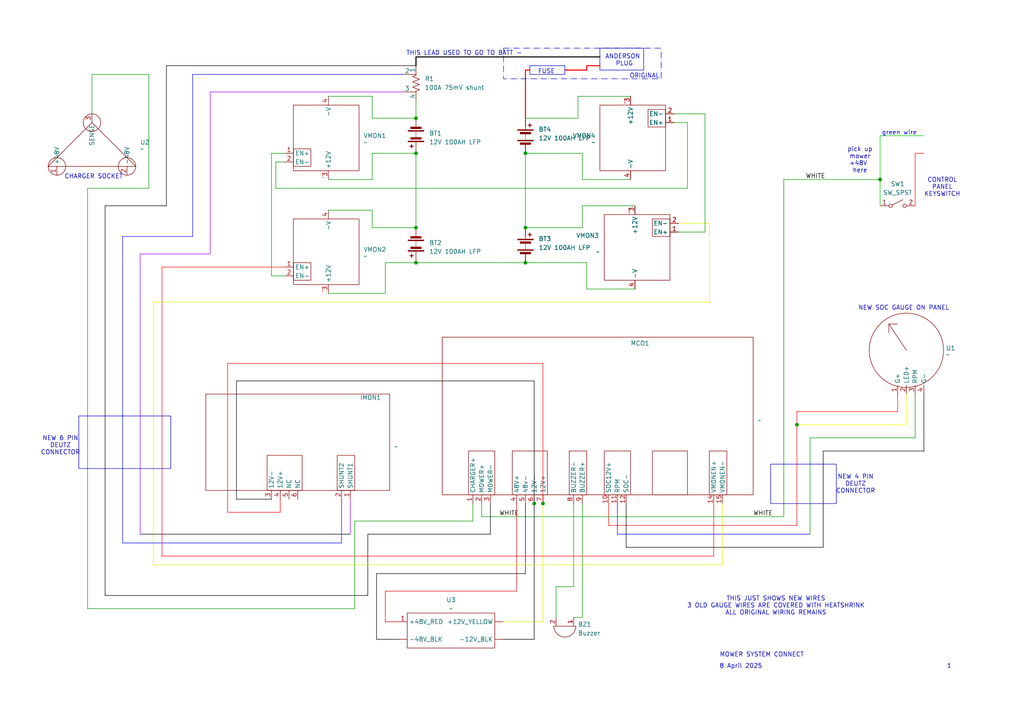
<source format=kicad_sch>
(kicad_sch (version 20250114) (generator "eeschema") (generator_version "9.0")
  (paper "A4")
  (lib_symbols
    (symbol "Device:Battery" (pin_numbers (hide yes)) (pin_names (offset 0) (hide yes))
      (property "Reference" "BT" (at 2.54 2.54 0))
      (property "Value" "Battery" (at 2.54 0 0))
      (symbol "Battery_0_1"
        (rectangle (start -2.286 1.778) (end 2.286 1.524) (fill (type outline)))
        (rectangle (start -2.286 -1.27) (end 2.286 -1.524) (fill (type outline)))
        (rectangle (start -1.524 1.016) (end 1.524 0.508) (fill (type outline)))
        (rectangle (start -1.524 -2.032) (end 1.524 -2.54) (fill (type outline)))
        (polyline (pts (xy 0 1.778) (xy 0 2.54)))
        (polyline (pts (xy 0 0) (xy 0 0.254)))
        (polyline (pts (xy 0 -0.508) (xy 0 -0.254)))
        (polyline (pts (xy 0 -1.016) (xy 0 -0.762)))
        (polyline (pts (xy 0.762 3.048) (xy 1.778 3.048)) (stroke (width 0.254)))
        (polyline (pts (xy 1.27 3.556) (xy 1.27 2.54)) (stroke (width 0.254)))
      )
      (symbol "Battery_1_1"
        (pin passive line (at 0 5.08 270) (length 2.54) (name "+") (number "1"))
        (pin passive line (at 0 -5.08 90) (length 2.54) (name "-") (number "2"))
      )
    )
    (symbol "Device:Buzzer" (pin_names (offset 0.0254) (hide yes))
      (property "Reference" "BZ" (at 3.81 1.27 0))
      (property "Value" "Buzzer" (at 3.81 -1.27 0))
      (symbol "Buzzer_0_1"
        (polyline (pts (xy -1.651 1.905) (xy -1.143 1.905)))
        (polyline (pts (xy -1.397 2.159) (xy -1.397 1.651)))
        (arc (start 0 3.175) (mid 3.1612 0) (end 0 -3.175))
        (polyline (pts (xy 0 3.175) (xy 0 -3.175)))
      )
      (symbol "Buzzer_1_1"
        (pin passive line (at -2.54 2.54 0) (length 2.54) (name "+") (number "1"))
        (pin passive line (at -2.54 -2.54 0) (length 2.54) (name "-") (number "2"))
      )
    )
    (symbol "Device:R_Shunt_US" (pin_numbers (hide yes)) (pin_names (offset 0))
      (property "Reference" "R" (at -5.08 0 90))
      (property "Value" "R_Shunt_US" (at -3.048 0 90))
      (symbol "R_Shunt_US_1_1"
        (polyline (pts (xy 0 2.286) (xy 0 2.54)))
        (polyline (pts (xy 0 2.286) (xy 1.016 1.905) (xy 0 1.524) (xy -1.016 1.143) (xy 0 0.762)))
        (polyline (pts (xy 0 0.762) (xy 1.016 0.381) (xy 0 0) (xy -1.016 -0.381) (xy 0 -0.762)))
        (polyline (pts (xy 0 -0.762) (xy 1.016 -1.143) (xy 0 -1.524) (xy -1.016 -1.905) (xy 0 -2.286)))
        (polyline (pts (xy 0 -2.286) (xy 0 -2.54)))
        (polyline (pts (xy 0 -2.54) (xy 1.27 -2.54)))
        (polyline (pts (xy 1.27 2.54) (xy 0 2.54)))
        (pin passive line (at 0 5.08 270) (length 2.54) (name "1") (number "1"))
        (pin passive line (at 0 -5.08 90) (length 2.54) (name "4") (number "4"))
        (pin passive line (at 3.81 2.54 180) (length 2.54) (name "2") (number "2"))
        (pin passive line (at 3.81 -2.54 180) (length 2.54) (name "3") (number "3"))
      )
    )
    (symbol "Switch:SW_SPST" (pin_names (offset 0) (hide yes))
      (property "Reference" "SW" (at 0 3.175 0))
      (property "Value" "SW_SPST" (at 0 -2.54 0))
      (symbol "SW_SPST_0_0"
        (circle (center -2.032 0) (radius 0.508))
        (polyline (pts (xy -1.524 0.254) (xy 1.524 1.778)))
        (circle (center 2.032 0) (radius 0.508))
      )
      (symbol "SW_SPST_1_1"
        (pin passive line (at -5.08 0 0) (length 2.54) (name "A") (number "1"))
        (pin passive line (at 5.08 0 180) (length 2.54) (name "B") (number "2"))
      )
    )
    (symbol "mower:48V12VPSU"
      (property "Reference" "U" (at 0 0 0))
      (symbol "48V12VPSU_0_1"
        (rectangle (start -12.7 5.08) (end 12.7 -5.08))
      )
      (symbol "48V12VPSU_1_1"
        (pin power_in line (at -15.24 2.54 0) (length 2.54) (name "+48V_RED") (number "1"))
        (pin power_in line (at -15.24 -2.54 0) (length 2.54) (name "-48V_BLK") (number ""))
        (pin power_out line (at 15.24 2.54 180) (length 2.54) (name "+12V_YELLOW") (number ""))
        (pin power_out line (at 15.24 -2.54 180) (length 2.54) (name "-12V_BLK") (number ""))
      )
    )
    (symbol "mower:CHARGE_SOCKET"
      (property "Reference" "U" (at 0 0 0))
      (symbol "CHARGE_SOCKET_0_1"
        (circle (center -10.16 0) (radius 2.54))
      )
      (symbol "CHARGE_SOCKET_1_1"
        (circle (center 0 12.7) (radius 2.54))
        (polyline (pts (xy 0 12.7) (xy -12.7 0) (xy 10.16 0) (xy 12.7 0) (xy 0 12.7)))
        (circle (center 10.16 0) (radius 2.54))
        (pin power_in line (at -10.16 -2.54 90) (length 2.54) (name "+48V") (number "1"))
        (pin power_in line (at 0 15.24 270) (length 2.54) (name "SENSE") (number "3"))
        (pin power_in line (at 10.16 -2.54 90) (length 2.54) (name "-48V") (number "2"))
      )
    )
    (symbol "mower:IMON"
      (property "Reference" "IMON" (at -3.81 3.81 0))
      (symbol "IMON_0_1"
        (rectangle (start -33.02 0) (end 20.32 27.94))
        (rectangle (start -15.24 10.16) (end -5.08 0))
        (rectangle (start 5.08 0) (end 10.16 10.16))
      )
      (symbol "IMON_1_1"
        (pin power_in line (at -13.97 -2.54 90) (length 2.54) (name "12V-") (number "3"))
        (pin power_in line (at -11.43 -2.54 90) (length 2.54) (name "12V+") (number "4"))
        (pin free line (at -8.89 -2.54 90) (length 2.54) (name "NC") (number "5"))
        (pin free line (at -6.35 -2.54 90) (length 2.54) (name "NC") (number "6"))
        (pin input line (at 6.35 -2.54 90) (length 2.54) (name "SHUNT2") (number "2"))
        (pin input line (at 8.89 -2.54 90) (length 2.54) (name "SHUNT1") (number "1"))
      )
    )
    (symbol "mower:MCO"
      (property "Reference" "MCO" (at 0 0 0))
      (symbol "MCO_0_1"
        (rectangle (start -63.5 0) (end 26.67 45.72))
        (rectangle (start -55.88 12.7) (end -48.26 0))
        (rectangle (start -43.18 12.7) (end -33.02 0))
        (rectangle (start -26.67 12.7) (end -21.59 0))
        (rectangle (start -16.51 0) (end -8.89 12.7))
        (rectangle (start -2.54 12.7) (end 7.62 0))
        (rectangle (start 13.97 12.7) (end 19.05 0))
      )
      (symbol "MCO_1_1"
        (pin power_in line (at -54.61 -2.54 90) (length 2.54) (name "CHARGER+") (number "1"))
        (pin power_in line (at -52.07 -2.54 90) (length 2.54) (name "MOWER+") (number "2"))
        (pin power_in line (at -49.53 -2.54 90) (length 2.54) (name "MOWER-") (number "3"))
        (pin power_out line (at -41.91 -2.54 90) (length 2.54) (name "48V+") (number "4"))
        (pin power_out line (at -39.37 -2.54 90) (length 2.54) (name "48v-") (number "5"))
        (pin power_in line (at -36.83 -2.54 90) (length 2.54) (name "12V-") (number "6"))
        (pin power_in line (at -34.29 -2.54 90) (length 2.54) (name "12V+") (number "7"))
        (pin output line (at -25.4 -2.54 90) (length 2.54) (name "BUZZER-") (number "8"))
        (pin output line (at -22.86 -2.54 90) (length 2.54) (name "BUZZER+") (number "9"))
        (pin output line (at -15.24 -2.54 90) (length 2.54) (name "SOC12V+") (number "10"))
        (pin output line (at -12.7 -2.54 90) (length 2.54) (name "RPM") (number "11"))
        (pin output line (at -10.16 -2.54 90) (length 2.54) (name "SOC-") (number "12"))
        (pin output line (at 15.24 -2.54 90) (length 2.54) (name "VMONEN+") (number "14"))
        (pin output line (at 17.78 -2.54 90) (length 2.54) (name "VMONEN-") (number "15"))
      )
    )
    (symbol "mower:SOC_GAUGE"
      (property "Reference" "U" (at 0 0 0))
      (symbol "SOC_GAUGE_0_1"
        (polyline (pts (xy -5.08 7.62) (xy -2.54 7.62)))
        (polyline (pts (xy -5.08 5.08) (xy -5.08 7.62)))
        (polyline (pts (xy 0 0) (xy -5.08 7.62)))
        (circle (center 0 0) (radius 10.7763))
      )
      (symbol "SOC_GAUGE_1_1"
        (pin power_in line (at -2.54 -12.7 90) (length 2.54) (name "G+") (number "1"))
        (pin power_in line (at 0 -12.7 90) (length 2.54) (name "LED+") (number "2"))
        (pin input line (at 2.54 -12.7 90) (length 2.54) (name "RPM") (number "3"))
        (pin power_in line (at 5.08 -12.7 90) (length 2.54) (name "G-") (number "4"))
      )
    )
    (symbol "mower:VMON"
      (property "Reference" "VMON" (at 0 0 0))
      (symbol "VMON_0_1"
        (rectangle (start -8.89 13.97) (end 10.16 -5.08))
        (rectangle (start 10.16 12.7) (end 5.08 7.62))
      )
      (symbol "VMON_1_1"
        (pin power_in line (at 0 16.51 270) (length 2.54) (name "+12V") (number "`3"))
        (pin power_in line (at 0 -7.62 90) (length 2.54) (name "-V") (number "4"))
        (pin input line (at 12.7 11.43 180) (length 2.54) (name "EN-") (number "2"))
        (pin input line (at 12.7 8.89 180) (length 2.54) (name "EN+") (number "1"))
      )
    )
  )
  (rectangle (start 223.52 134.62) (end 242.57 146.05))
  (rectangle (start 173.99 13.97) (end 186.69 20.32))
  (rectangle (start 153.67 19.05) (end 163.83 21.59))
  (rectangle (start 22.86 120.65) (end 49.53 135.89))
  (rectangle (start 146.05 13.97) (end 191.77 22.86) (stroke (width 0) (type dash_dot)))
  (text "green wire\n" (at 260.858 38.608 0) (effects (font (size 1.27 1.27))))
  (text "CONTROL\nPANEL\nKEYSWITCH" (at 273.304 54.356 0) (effects (font (size 1.27 1.27))))
  (text "NEW 4 PIN\nDEUTZ\nCONNECTOR" (at 248.158 140.462 0) (effects (font (size 1.27 1.27))))
  (text "THIS LEAD USED TO GO TO BATT -" (at 134.62 15.494 0) (effects (font (size 1.27 1.27))))
  (text "ANDERSON\n PLUG" (at 180.594 17.526 0) (effects (font (size 1.27 1.27))))
  (text "CHARGER SOCKET" (at 27.178 51.308 0) (effects (font (size 1.27 1.27))))
  (text "FUSE" (at 158.496 20.828 0) (effects (font (size 1.27 1.27))))
  (text "pick up\nmower\n+48V \nhere" (at 249.428 46.482 0) (effects (font (size 1.27 1.27))))
  (text "NEW SOC GAUGE ON PANEL" (at 262.128 89.408 0) (effects (font (size 1.27 1.27))))
  (text "1" (at 275.336 193.294 0) (effects (font (size 1.27 1.27))))
  (text "THIS JUST SHOWS NEW WIRES\n3 OLD GAUGE WIRES ARE COVERED WITH HEATSHRINK\nALL ORIGINAL WIRING REMAINS" (at 225.044 175.768 0) (effects (font (size 1.27 1.27))))
  (text "8 April 2025" (at 214.884 193.294 0) (effects (font (size 1.27 1.27))))
  (text "ORIGINAL" (at 186.944 22.098 0) (effects (font (size 1.27 1.27))))
  (text "MOWER SYSTEM CONNECT" (at 220.98 189.992 0) (effects (font (size 1.27 1.27))))
  (text "NEW 6 PIN\nDEUTZ\nCONNECTOR" (at 17.526 129.286 0) (effects (font (size 1.27 1.27))))
  (junction (at 120.65 44.45))
  (junction (at 154.94 146.05))
  (junction (at 152.4 76.2))
  (junction (at 152.4 66.04))
  (junction (at 120.65 66.04))
  (junction (at 120.65 34.29))
  (junction (at 157.48 146.05))
  (junction (at 152.4 44.45))
  (junction (at 231.14 123.19))
  (junction (at 120.65 76.2))
  (junction (at 255.27 52.07))
  (wire (pts (xy 265.43 59.69) (xy 265.43 44.45)) (stroke (width 0) (color 255 0 0 1)))
  (wire (pts (xy 111.76 171.45) (xy 111.76 180.34)) (stroke (width 0) (color 211 0 0 1)))
  (wire (pts (xy 204.47 67.31) (xy 204.47 33.02)))
  (wire (pts (xy 196.85 67.31) (xy 204.47 67.31)))
  (wire (pts (xy 35.56 157.48) (xy 99.06 157.48)) (stroke (width 0) (color 0 0 255 1)))
  (wire (pts (xy 80.01 54.61) (xy 80.01 46.99)))
  (wire (pts (xy 181.61 146.05) (xy 181.61 158.75)) (stroke (width 0) (color 0 0 0 1)))
  (wire (pts (xy 154.94 146.05) (xy 154.94 185.42)) (stroke (width 0) (color 0 0 0 1)))
  (wire (pts (xy 152.4 166.37) (xy 152.4 146.05)) (stroke (width 0) (color 0 0 0 1)))
  (wire (pts (xy 60.96 26.67) (xy 60.96 73.66)) (stroke (width 0) (color 154 0 255 1)))
  (wire (pts (xy 81.28 144.78) (xy 81.28 148.59)) (stroke (width 0) (color 255 0 0 1)))
  (wire (pts (xy 176.53 146.05) (xy 176.53 152.4)) (stroke (width 0) (color 255 0 0 1)))
  (wire (pts (xy 161.29 170.18) (xy 166.37 170.18)))
  (wire (pts (xy 170.18 76.2) (xy 152.4 76.2)))
  (wire (pts (xy 43.18 54.61) (xy 43.18 21.59)))
  (wire (pts (xy 149.86 171.45) (xy 111.76 171.45)) (stroke (width 0) (color 211 0 0 1)))
  (wire (pts (xy 157.48 180.34) (xy 157.48 146.05)) (stroke (width 0) (color 218 235 0 1)))
  (wire (pts (xy 267.97 114.3) (xy 267.97 130.81)) (stroke (width 0) (color 0 0 0 1)))
  (wire (pts (xy 179.07 154.94) (xy 234.95 154.94)) (stroke (width 0) (color 0 0 255 1)))
  (wire (pts (xy 139.7 146.05) (xy 139.7 149.86)))
  (wire (pts (xy 78.74 44.45) (xy 82.55 44.45)))
  (wire (pts (xy 209.55 146.05) (xy 209.55 163.83)) (stroke (width 0) (color 227 236 0 1)))
  (wire (pts (xy 184.15 59.69) (xy 168.91 59.69)))
  (wire (pts (xy 154.94 110.49) (xy 154.94 146.05)) (stroke (width 0) (color 0 0 0 1)))
  (bus (pts (xy 120.65 16.51) (xy 120.65 19.05)) (stroke (width 0) (color 0 0 0 1)))
  (wire (pts (xy 107.95 60.96) (xy 107.95 66.04)))
  (wire (pts (xy 82.55 80.01) (xy 78.74 80.01)))
  (wire (pts (xy 95.25 85.09) (xy 111.76 85.09)))
  (wire (pts (xy 109.22 185.42) (xy 115.57 185.42)) (stroke (width 0) (color 0 0 0 1)))
  (wire (pts (xy 179.07 146.05) (xy 179.07 154.94)) (stroke (width 0) (color 0 0 255 1)))
  (wire (pts (xy 66.04 105.41) (xy 157.48 105.41)) (stroke (width 0) (color 255 0 0 1)))
  (wire (pts (xy 106.68 154.94) (xy 142.24 154.94)) (stroke (width 0) (color 0 0 0 1)))
  (wire (pts (xy 46.99 161.29) (xy 46.99 77.47)) (stroke (width 0) (color 255 0 0 1)))
  (wire (pts (xy 255.27 39.37) (xy 267.97 39.37)) (stroke (width 0) (color 0 204 0 1)))
  (wire (pts (xy 40.64 154.94) (xy 101.6 154.94)) (stroke (width 0) (color 0 0 0 1)))
  (wire (pts (xy 227.33 52.07) (xy 227.33 149.86)))
  (wire (pts (xy 35.56 68.58) (xy 35.56 157.48)) (stroke (width 0) (color 0 0 255 1)))
  (wire (pts (xy 48.26 19.05) (xy 48.26 59.69)) (stroke (width 0) (color 0 0 0 1)))
  (wire (pts (xy 205.74 64.77) (xy 196.85 64.77)) (stroke (width 0) (color 227 236 0 1)))
  (wire (pts (xy 231.14 119.38) (xy 260.35 119.38)) (stroke (width 0) (color 255 0 0 1)))
  (wire (pts (xy 109.22 166.37) (xy 152.4 166.37)) (stroke (width 0) (color 0 0 0 1)))
  (wire (pts (xy 120.65 76.2) (xy 152.4 76.2)))
  (wire (pts (xy 68.58 110.49) (xy 154.94 110.49)) (stroke (width 0) (color 0 0 0 1)))
  (wire (pts (xy 260.35 119.38) (xy 260.35 114.3)) (stroke (width 0) (color 255 0 0 1)))
  (wire (pts (xy 139.7 149.86) (xy 227.33 149.86)))
  (wire (pts (xy 168.91 146.05) (xy 168.91 179.07)))
  (wire (pts (xy 170.18 83.82) (xy 170.18 76.2)))
  (wire (pts (xy 231.14 123.19) (xy 231.14 119.38)) (stroke (width 0) (color 255 0 0 1)))
  (wire (pts (xy 40.64 73.66) (xy 40.64 154.94)) (stroke (width 0) (color 154 0 255 1)))
  (wire (pts (xy 152.4 44.45) (xy 152.4 66.04)))
  (wire (pts (xy 166.37 170.18) (xy 166.37 146.05)))
  (wire (pts (xy 120.65 44.45) (xy 120.65 66.04)))
  (wire (pts (xy 26.67 21.59) (xy 26.67 33.02)))
  (wire (pts (xy 161.29 179.07) (xy 161.29 170.18)))
  (wire (pts (xy 78.74 80.01) (xy 78.74 44.45)))
  (wire (pts (xy 120.65 19.05) (xy 48.26 19.05)) (stroke (width 0) (color 0 0 0 1)))
  (wire (pts (xy 207.01 161.29) (xy 46.99 161.29)) (stroke (width 0) (color 255 0 0 1)))
  (wire (pts (xy 149.86 146.05) (xy 149.86 171.45)) (stroke (width 0) (color 211 0 0 1)))
  (wire (pts (xy 168.91 44.45) (xy 152.4 44.45)))
  (wire (pts (xy 205.74 87.63) (xy 205.74 64.77)) (stroke (width 0) (color 227 236 0 1)))
  (wire (pts (xy 44.45 163.83) (xy 44.45 87.63)) (stroke (width 0) (color 227 236 0 1)))
  (wire (pts (xy 234.95 127) (xy 265.43 127)))
  (wire (pts (xy 106.68 172.72) (xy 106.68 154.94)) (stroke (width 0) (color 0 0 0 1)))
  (wire (pts (xy 207.01 146.05) (xy 207.01 161.29)) (stroke (width 0) (color 255 0 0 1)))
  (wire (pts (xy 30.48 59.69) (xy 30.48 172.72)) (stroke (width 0) (color 0 0 0 1)))
  (wire (pts (xy 80.01 46.99) (xy 82.55 46.99)))
  (wire (pts (xy 99.06 157.48) (xy 99.06 144.78)) (stroke (width 0) (color 0 0 255 1)))
  (wire (pts (xy 81.28 148.59) (xy 66.04 148.59)) (stroke (width 0) (color 255 0 0 1)))
  (wire (pts (xy 111.76 180.34) (xy 115.57 180.34)) (stroke (width 0) (color 211 0 0 1)))
  (wire (pts (xy 199.39 35.56) (xy 199.39 54.61)))
  (wire (pts (xy 60.96 73.66) (xy 40.64 73.66)) (stroke (width 0) (color 154 0 255 1)))
  (bus (pts (xy 152.4 34.29) (xy 152.4 20.32)) (stroke (width 0) (color 255 0 0 1)))
  (wire (pts (xy 168.91 66.04) (xy 152.4 66.04)))
  (wire (pts (xy 262.89 123.19) (xy 231.14 123.19)) (stroke (width 0) (color 255 255 0 1)))
  (bus (pts (xy 163.83 20.32) (xy 170.18 20.32)) (stroke (width 0) (color 255 0 0 1)))
  (wire (pts (xy 146.05 180.34) (xy 157.48 180.34)) (stroke (width 0) (color 218 235 0 1)))
  (wire (pts (xy 182.88 27.94) (xy 167.64 27.94)))
  (wire (pts (xy 101.6 154.94) (xy 101.6 144.78)) (stroke (width 0) (color 154 0 255 1)))
  (wire (pts (xy 238.76 158.75) (xy 181.61 158.75)) (stroke (width 0) (color 0 0 0 1)))
  (wire (pts (xy 227.33 52.07) (xy 255.27 52.07)))
  (wire (pts (xy 255.27 59.69) (xy 255.27 52.07)) (stroke (width 0) (color 0 204 0 1)))
  (wire (pts (xy 267.97 130.81) (xy 238.76 130.81)) (stroke (width 0) (color 0 0 0 1)))
  (wire (pts (xy 107.95 27.94) (xy 95.25 27.94)))
  (wire (pts (xy 116.84 21.59) (xy 55.88 21.59)) (stroke (width 0) (color 0 0 255 1)))
  (wire (pts (xy 182.88 52.07) (xy 168.91 52.07)))
  (wire (pts (xy 167.64 34.29) (xy 152.4 34.29)))
  (wire (pts (xy 78.74 144.78) (xy 68.58 144.78)) (stroke (width 0) (color 0 0 0 1)))
  (wire (pts (xy 107.95 66.04) (xy 120.65 66.04)))
  (wire (pts (xy 167.64 27.94) (xy 167.64 34.29)))
  (wire (pts (xy 102.87 151.13) (xy 102.87 176.53)))
  (wire (pts (xy 199.39 54.61) (xy 80.01 54.61)))
  (bus (pts (xy 173.99 19.05) (xy 170.18 19.05)) (stroke (width 0) (color 255 0 0 1)))
  (wire (pts (xy 55.88 68.58) (xy 35.56 68.58)) (stroke (width 0) (color 0 0 255 1)))
  (wire (pts (xy 209.55 163.83) (xy 44.45 163.83)) (stroke (width 0) (color 227 236 0 1)))
  (wire (pts (xy 265.43 44.45) (xy 267.97 44.45)) (stroke (width 0) (color 255 0 0 1)))
  (wire (pts (xy 176.53 152.4) (xy 231.14 152.4)) (stroke (width 0) (color 255 0 0 1)))
  (wire (pts (xy 154.94 185.42) (xy 146.05 185.42)) (stroke (width 0) (color 0 0 0 1)))
  (wire (pts (xy 116.84 26.67) (xy 60.96 26.67)) (stroke (width 0) (color 154 0 255 1)))
  (wire (pts (xy 120.65 34.29) (xy 107.95 34.29)))
  (wire (pts (xy 265.43 127) (xy 265.43 114.3)))
  (wire (pts (xy 231.14 152.4) (xy 231.14 123.19)) (stroke (width 0) (color 255 0 0 1)))
  (wire (pts (xy 44.45 87.63) (xy 205.74 87.63)) (stroke (width 0) (color 227 236 0 1)))
  (wire (pts (xy 184.15 83.82) (xy 170.18 83.82)))
  (wire (pts (xy 168.91 52.07) (xy 168.91 44.45)))
  (wire (pts (xy 68.58 144.78) (xy 68.58 110.49)) (stroke (width 0) (color 0 0 0 1)))
  (wire (pts (xy 111.76 76.2) (xy 120.65 76.2)))
  (bus (pts (xy 173.99 16.51) (xy 120.65 16.51)) (stroke (width 0) (color 0 0 0 1)))
  (wire (pts (xy 107.95 44.45) (xy 120.65 44.45)))
  (wire (pts (xy 120.65 29.21) (xy 120.65 34.29)))
  (wire (pts (xy 195.58 33.02) (xy 204.47 33.02)))
  (wire (pts (xy 109.22 166.37) (xy 109.22 185.42)) (stroke (width 0) (color 0 0 0 1)))
  (wire (pts (xy 157.48 105.41) (xy 157.48 146.05)) (stroke (width 0) (color 255 0 0 1)))
  (wire (pts (xy 55.88 21.59) (xy 55.88 68.58)) (stroke (width 0) (color 0 0 255 1)))
  (wire (pts (xy 66.04 148.59) (xy 66.04 105.41)) (stroke (width 0) (color 255 0 0 1)))
  (wire (pts (xy 195.58 35.56) (xy 199.39 35.56)))
  (wire (pts (xy 168.91 59.69) (xy 168.91 66.04)))
  (wire (pts (xy 111.76 85.09) (xy 111.76 76.2)))
  (wire (pts (xy 107.95 34.29) (xy 107.95 27.94)))
  (wire (pts (xy 43.18 21.59) (xy 26.67 21.59)))
  (wire (pts (xy 46.99 77.47) (xy 82.55 77.47)) (stroke (width 0) (color 255 0 0 1)))
  (wire (pts (xy 25.4 54.61) (xy 43.18 54.61)))
  (wire (pts (xy 262.89 114.3) (xy 262.89 123.19)) (stroke (width 0) (color 255 255 0 1)))
  (bus (pts (xy 170.18 19.05) (xy 170.18 20.32)) (stroke (width 0) (color 255 0 0 1)))
  (wire (pts (xy 234.95 154.94) (xy 234.95 127)))
  (bus (pts (xy 152.4 20.32) (xy 153.67 20.32)) (stroke (width 0) (color 255 0 0 1)))
  (wire (pts (xy 30.48 172.72) (xy 106.68 172.72)) (stroke (width 0) (color 0 0 0 1)))
  (wire (pts (xy 142.24 154.94) (xy 142.24 146.05)) (stroke (width 0) (color 0 0 0 1)))
  (wire (pts (xy 102.87 176.53) (xy 25.4 176.53)))
  (wire (pts (xy 137.16 146.05) (xy 137.16 151.13)))
  (wire (pts (xy 95.25 52.07) (xy 107.95 52.07)))
  (wire (pts (xy 255.27 52.07) (xy 255.27 39.37)) (stroke (width 0) (color 0 204 0 1)))
  (wire (pts (xy 25.4 176.53) (xy 25.4 54.61)))
  (wire (pts (xy 48.26 59.69) (xy 30.48 59.69)) (stroke (width 0) (color 0 0 0 1)))
  (wire (pts (xy 107.95 52.07) (xy 107.95 44.45)))
  (wire (pts (xy 137.16 151.13) (xy 102.87 151.13)))
  (wire (pts (xy 168.91 179.07) (xy 166.37 179.07)))
  (wire (pts (xy 95.25 60.96) (xy 107.95 60.96)))
  (wire (pts (xy 238.76 130.81) (xy 238.76 158.75)) (stroke (width 0) (color 0 0 0 1)))
  (label "WHITE" (at 218.44 149.86 0))
  (label "WHITE" (at 233.68 52.07 0))
  (label "WHITE" (at 144.78 149.86 0))
  (symbol (lib_id "Device:Buzzer") (at 163.83 181.61 270) (unit 1)
    (property "Reference" "BZ1" (at 167.64 181.095 90) (effects (justify left)))
    (property "Value" "Buzzer" (at 167.64 183.635 90) (effects (justify left)))
    (property "Description" "Buzzer, polarized" (effects (hide yes)))
  )
  (symbol (lib_id "Device:Battery") (at 152.4 71.12 0) (unit 1)
    (property "Reference" "BT3" (at 156.21 69.2784 0) (effects (justify left)))
    (property "Value" "12V 100AH LFP" (at 156.21 71.8184 0) (effects (justify left)))
    (property "Description" "Multiple-cell battery" (effects (hide yes)))
  )
  (symbol (lib_id "mower:CHARGE_SOCKET") (at 26.67 48.26 0) (unit 1)
    (property "Reference" "U2" (at 40.64 41.2749 0) (effects (justify left)))
    (property "Value" "~" (at 40.64 43.18 0) (effects (justify left)))
  )
  (symbol (lib_id "Device:Battery") (at 120.65 71.12 180) (unit 1)
    (property "Reference" "BT2" (at 124.46 70.4214 0) (effects (justify right)))
    (property "Value" "12V 100AH LFP" (at 124.46 72.9614 0) (effects (justify right)))
    (property "Description" "Multiple-cell battery" (effects (hide yes)))
  )
  (symbol (lib_id "mower:VMON") (at 95.25 68.58 180) (unit 1)
    (property "Reference" "VMON2" (at 105.41 72.3899 0) (effects (justify right)))
    (property "Value" "~" (at 105.41 74.295 0) (effects (justify right)))
  )
  (symbol (lib_id "Device:R_Shunt_US") (at 120.65 24.13 0) (mirror y) (unit 1)
    (property "Reference" "R1" (at 123.19 22.8599 0) (effects (justify right)))
    (property "Value" "100A 75mV shunt" (at 123.19 25.3999 0) (effects (justify right)))
    (property "Description" "Shunt resistor, US symbol" (effects (hide yes)))
  )
  (symbol (lib_id "Switch:SW_SPST") (at 260.35 59.69 0) (unit 1)
    (property "Reference" "SW1" (at 260.35 53.34 0))
    (property "Value" "SW_SPST" (at 260.35 55.88 0))
    (property "Description" "Single Pole Single Throw (SPST) switch" (effects (hide yes)))
  )
  (symbol (lib_id "mower:VMON") (at 184.15 76.2 0) (unit 1)
    (property "Reference" "VMON3" (at 173.736 68.326 0) (effects (justify right)))
    (property "Value" "~" (at 173.99 73.025 0) (effects (justify right)))
  )
  (symbol (lib_id "Device:Battery") (at 152.4 39.37 0) (unit 1)
    (property "Reference" "BT4" (at 156.21 37.5284 0) (effects (justify left)))
    (property "Value" "12V 100AH LFP" (at 156.21 40.0684 0) (effects (justify left)))
    (property "Description" "Multiple-cell battery" (effects (hide yes)))
  )
  (symbol (lib_id "Device:Battery") (at 120.65 39.37 180) (unit 1)
    (property "Reference" "BT1" (at 124.46 38.6714 0) (effects (justify right)))
    (property "Value" "12V 100AH LFP" (at 124.46 41.2114 0) (effects (justify right)))
    (property "Description" "Multiple-cell battery" (effects (hide yes)))
  )
  (symbol (lib_id "mower:VMON") (at 182.88 44.45 0) (unit 1)
    (property "Reference" "VMON4" (at 172.72 39.3699 0) (effects (justify right)))
    (property "Value" "~" (at 172.72 41.275 0) (effects (justify right)))
  )
  (symbol (lib_id "mower:VMON") (at 95.25 35.56 180) (unit 1)
    (property "Reference" "VMON1" (at 105.41 39.3699 0) (effects (justify right)))
    (property "Value" "~" (at 105.41 41.275 0) (effects (justify right)))
  )
  (symbol (lib_id "mower:MCO") (at 191.77 143.51 0) (unit 1)
    (property "Reference" "MCO1" (at 182.88 99.568 0) (effects (justify left)))
    (property "Value" "~" (at 219.71 121.92 0) (effects (justify left)))
  )
  (symbol (lib_id "mower:48V12VPSU") (at 130.81 182.88 0) (unit 1)
    (property "Reference" "U3" (at 130.81 173.99 0))
    (property "Value" "~" (at 130.81 176.53 0))
  )
  (symbol (lib_id "mower:SOC_GAUGE") (at 262.89 101.6 0) (unit 1)
    (property "Reference" "U1" (at 274.32 100.9649 0) (effects (justify left)))
    (property "Value" "~" (at 274.32 102.87 0) (effects (justify left)))
  )
  (symbol (lib_id "mower:IMON") (at 92.71 142.24 0) (unit 1)
    (property "Reference" "IMON1" (at 104.394 115.316 0) (effects (justify left)))
    (property "Value" "~" (at 114.3 129.54 0) (effects (justify left)))
  )
)
</source>
